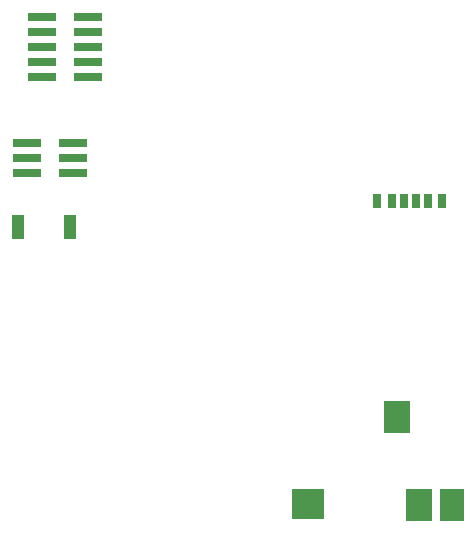
<source format=gbr>
%TF.GenerationSoftware,KiCad,Pcbnew,(5.1.8)-1*%
%TF.CreationDate,2021-03-06T05:42:10-08:00*%
%TF.ProjectId,audioboard,61756469-6f62-46f6-9172-642e6b696361,rev?*%
%TF.SameCoordinates,Original*%
%TF.FileFunction,Paste,Bot*%
%TF.FilePolarity,Positive*%
%FSLAX46Y46*%
G04 Gerber Fmt 4.6, Leading zero omitted, Abs format (unit mm)*
G04 Created by KiCad (PCBNEW (5.1.8)-1) date 2021-03-06 05:42:10*
%MOMM*%
%LPD*%
G01*
G04 APERTURE LIST*
%ADD10R,1.050000X2.000000*%
%ADD11R,2.400000X0.740000*%
%ADD12R,2.200000X2.800000*%
%ADD13R,2.800000X2.600000*%
%ADD14R,2.000000X2.800000*%
%ADD15R,0.800000X1.200000*%
%ADD16R,0.760000X1.200000*%
%ADD17R,0.700000X1.200000*%
G04 APERTURE END LIST*
D10*
%TO.C,SW1*%
X63815000Y-83820000D03*
X68265000Y-83820000D03*
%TD*%
D11*
%TO.C,J6*%
X68498000Y-76708000D03*
X64598000Y-76708000D03*
X68498000Y-77978000D03*
X64598000Y-77978000D03*
X68498000Y-79248000D03*
X64598000Y-79248000D03*
%TD*%
%TO.C,J5*%
X69768000Y-66040000D03*
X65868000Y-66040000D03*
X69768000Y-67310000D03*
X65868000Y-67310000D03*
X69768000Y-68580000D03*
X65868000Y-68580000D03*
X69768000Y-69850000D03*
X65868000Y-69850000D03*
X69768000Y-71120000D03*
X65868000Y-71120000D03*
%TD*%
D12*
%TO.C,J4*%
X97822000Y-107332000D03*
X95922000Y-99932000D03*
D13*
X88422000Y-107232000D03*
D14*
X100622000Y-107332000D03*
%TD*%
D15*
%TO.C,J1*%
X94278000Y-81614000D03*
X99778000Y-81614000D03*
D16*
X95508000Y-81614000D03*
X98548000Y-81614000D03*
D17*
X96528000Y-81614000D03*
X97528000Y-81614000D03*
%TD*%
M02*

</source>
